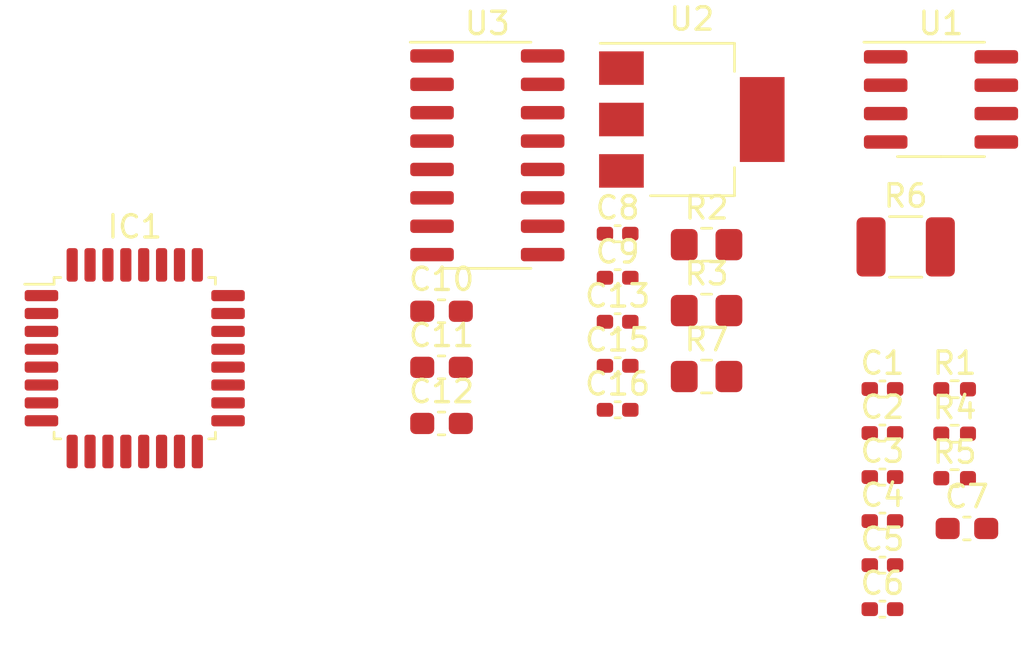
<source format=kicad_pcb>
(kicad_pcb (version 20221018) (generator pcbnew)
  (layers (0 "F.Cu" signal) (31 "B.Cu" signal) (34 "B.Paste" user) (35 "F.Paste" user) (36 "B.SilkS" user "B.Silkscreen") (37 "F.SilkS" user "F.Silkscreen") (38 "B.Mask" user) (39 "F.Mask" user) (44 "Edge.Cuts" user))
  (net 0 "")
  (net 1 "/Core/PA0")
  (net 2 "/Core/PA1")
  (net 3 "/Core/PA2")
  (net 4 "/Core/PA3")
  (net 5 "/Core/PA4")
  (net 6 "/Core/PA5")
  (net 7 "/Core/PA6")
  (net 8 "/Core/PA7")
  (net 9 "/Core/PB0")
  (net 10 "/Core/PB1")
  (net 11 "/Core/PA8")
  (net 12 "/Core/PA15")
  (net 13 "/Core/PB3")
  (net 14 "/Core/PB4")
  (net 15 "/Core/PB5")
  (net 16 "/Core/PB6")
  (net 17 "/Core/PB7")
  (net 18 "/Core/NRST")
  (net 19 "VSS")
  (net 20 "/Core/OSC_I")
  (net 21 "/Core/OSC_O")
  (net 22 "VDD")
  (net 23 "+5V")
  (net 24 "GND")
  (net 25 "VCC")
  (net 30 "Net-(U3-V3)")
  (net 31 "/Core/CAN_RX")
  (net 32 "/Core/CAN_TX")
  (net 33 "/Core/UART3_TX")
  (net 34 "/Core/UART3_RX")
  (net 35 "/Core/SWDIO")
  (net 36 "/Core/SWCLK")
  (net 37 "/Core/BOOT0")
  (net 40 "/CAN/CAN_TX")
  (net 43 "/CAN/CAN_RX")
  (net 48 "/USB/D-")
  (net 49 "/USB/D+")
  (footprint "Package_SO:SOIC-16_3.9x9.9mm_P1.27mm" (layer "F.Cu") (at 135.1575 67.12)
    (fp_text reference "U3" (at 0 -5.9) (layer "F.SilkS"))
    (fp_text value "CH340C")
    (fp_line (start 0 -5.06) (end -3.45 -5.06) (stroke (width 0.12)) (layer "F.SilkS"))
    (fp_line (start 0 -5.06) (end 1.95 -5.06) (stroke (width 0.12)) (layer "F.SilkS"))
    (fp_line (start 0 5.06) (end -1.95 5.06) (stroke (width 0.12)) (layer "F.SilkS"))
    (fp_line (start 0 5.06) (end 1.95 5.06) (stroke (width 0.12)) (layer "F.SilkS"))
    (pad "1" smd roundrect (at -2.475 -4.445) (size 1.95 0.6) (layers "F.Cu" "F.Paste" "F.Mask") (net 24 "GND"))
    (pad "2" smd roundrect (at -2.475 -3.175) (size 1.95 0.6) (layers "F.Cu" "F.Paste" "F.Mask") (net 33 "/Core/UART3_TX"))
    (pad "3" smd roundrect (at -2.475 -1.905) (size 1.95 0.6) (layers "F.Cu" "F.Paste" "F.Mask") (net 34 "/Core/UART3_RX"))
    (pad "4" smd roundrect (at -2.475 -0.635) (size 1.95 0.6) (layers "F.Cu" "F.Paste" "F.Mask") (net 30 "Net-(U3-V3)"))
    (pad "5" smd roundrect (at -2.475 0.635) (size 1.95 0.6) (layers "F.Cu" "F.Paste" "F.Mask") (net 48 "/USB/D-"))
    (pad "6" smd roundrect (at -2.475 1.905) (size 1.95 0.6) (layers "F.Cu" "F.Paste" "F.Mask") (net 49 "/USB/D+"))
    (pad "7" smd roundrect (at -2.475 3.175) (size 1.95 0.6) (layers "F.Cu" "F.Paste" "F.Mask"))
    (pad "8" smd roundrect (at -2.475 4.445) (size 1.95 0.6) (layers "F.Cu" "F.Paste" "F.Mask"))
    (pad "9" smd roundrect (at 2.475 4.445) (size 1.95 0.6) (layers "F.Cu" "F.Paste" "F.Mask"))
    (pad "10" smd roundrect (at 2.475 3.175) (size 1.95 0.6) (layers "F.Cu" "F.Paste" "F.Mask") (net 24 "GND"))
    (pad "11" smd roundrect (at 2.475 1.905) (size 1.95 0.6) (layers "F.Cu" "F.Paste" "F.Mask"))
    (pad "12" smd roundrect (at 2.475 0.635) (size 1.95 0.6) (layers "F.Cu" "F.Paste" "F.Mask"))
    (pad "13" smd roundrect (at 2.475 -0.635) (size 1.95 0.6) (layers "F.Cu" "F.Paste" "F.Mask"))
    (pad "14" smd roundrect (at 2.475 -1.905) (size 1.95 0.6) (layers "F.Cu" "F.Paste" "F.Mask"))
    (pad "15" smd roundrect (at 2.475 -3.175) (size 1.95 0.6) (layers "F.Cu" "F.Paste" "F.Mask"))
    (pad "16" smd roundrect (at 2.475 -4.445) (size 1.95 0.6) (layers "F.Cu" "F.Paste" "F.Mask") (net 23 "+5V"))
  )
  (footprint "Resistor_SMD:R_0402_1005Metric_Pad0.72x0.64mm_HandSolder" (layer "F.Cu") (at 156.0675 81.57)
    (fp_text reference "R5" (at 0 -1.17) (layer "F.SilkS"))
    (fp_text value "10K")
    (fp_line (start -0.167621 -0.38) (end 0.167621 -0.38) (stroke (width 0.12)) (layer "F.SilkS"))
    (fp_line (start -0.167621 0.38) (end 0.167621 0.38) (stroke (width 0.12)) (layer "F.SilkS"))
    (pad "1" smd roundrect (at -0.5975 0) (size 0.715 0.64) (layers "F.Cu" "F.Paste" "F.Mask") (net 37 "/Core/BOOT0"))
    (pad "2" smd roundrect (at 0.5975 0) (size 0.715 0.64) (layers "F.Cu" "F.Paste" "F.Mask") (net 19 "VSS"))
  )
  (footprint "Resistor_SMD:R_0805_2012Metric_Pad1.20x1.40mm_HandSolder" (layer "F.Cu") (at 144.9675 77.02)
    (fp_text reference "R7" (at 0 -1.65) (layer "F.SilkS"))
    (fp_text value "0R")
    (fp_line (start -0.227064 -0.735) (end 0.227064 -0.735) (stroke (width 0.12)) (layer "F.SilkS"))
    (fp_line (start -0.227064 0.735) (end 0.227064 0.735) (stroke (width 0.12)) (layer "F.SilkS"))
    (pad "1" smd roundrect (at -1 0) (size 1.2 1.4) (layers "F.Cu" "F.Paste" "F.Mask") (roundrect_rratio 0.208333) (net 24 "GND"))
    (pad "2" smd roundrect (at 1 0) (size 1.2 1.4) (layers "F.Cu" "F.Paste" "F.Mask") (roundrect_rratio 0.208333) (net 19 "VSS"))
  )
  (footprint "Capacitor_SMD:C_0402_1005Metric_Pad0.74x0.62mm_HandSolder" (layer "F.Cu") (at 152.8375 85.46)
    (fp_text reference "C5" (at 0 -1.16) (layer "F.SilkS"))
    (fp_text value "0.1uF")
    (fp_line (start -0.115835 -0.36) (end 0.115835 -0.36) (stroke (width 0.12)) (layer "F.SilkS"))
    (fp_line (start -0.115835 0.36) (end 0.115835 0.36) (stroke (width 0.12)) (layer "F.SilkS"))
    (pad "1" smd roundrect (at -0.5675 0) (size 0.735 0.62) (layers "F.Cu" "F.Paste" "F.Mask") (net 22 "VDD"))
    (pad "2" smd roundrect (at 0.5675 0) (size 0.735 0.62) (layers "F.Cu" "F.Paste" "F.Mask") (net 19 "VSS"))
  )
  (footprint "Capacitor_SMD:C_0603_1608Metric_Pad1.08x0.95mm_HandSolder" (layer "F.Cu") (at 156.6175 83.82)
    (fp_text reference "C7" (at 0 -1.43) (layer "F.SilkS"))
    (fp_text value "10uF")
    (fp_line (start -0.146267 -0.51) (end 0.146267 -0.51) (stroke (width 0.12)) (layer "F.SilkS"))
    (fp_line (start -0.146267 0.51) (end 0.146267 0.51) (stroke (width 0.12)) (layer "F.SilkS"))
    (pad "1" smd roundrect (at -0.8625 0) (size 1.075 0.95) (layers "F.Cu" "F.Paste" "F.Mask") (net 22 "VDD"))
    (pad "2" smd roundrect (at 0.8625 0) (size 1.075 0.95) (layers "F.Cu" "F.Paste" "F.Mask") (net 19 "VSS"))
  )
  (footprint "Resistor_SMD:R_0402_1005Metric_Pad0.72x0.64mm_HandSolder" (layer "F.Cu") (at 156.0675 79.58)
    (fp_text reference "R4" (at 0 -1.17) (layer "F.SilkS"))
    (fp_text value "10K")
    (fp_line (start -0.167621 -0.38) (end 0.167621 -0.38) (stroke (width 0.12)) (layer "F.SilkS"))
    (fp_line (start -0.167621 0.38) (end 0.167621 0.38) (stroke (width 0.12)) (layer "F.SilkS"))
    (pad "1" smd roundrect (at -0.5975 0) (size 0.715 0.64) (layers "F.Cu" "F.Paste" "F.Mask") (net 22 "VDD"))
    (pad "2" smd roundrect (at 0.5975 0) (size 0.715 0.64) (layers "F.Cu" "F.Paste" "F.Mask") (net 37 "/Core/BOOT0"))
  )
  (footprint "Capacitor_SMD:C_0402_1005Metric_Pad0.74x0.62mm_HandSolder" (layer "F.Cu") (at 152.8375 77.58)
    (fp_text reference "C1" (at 0 -1.16) (layer "F.SilkS"))
    (fp_text value "0.1uF")
    (fp_line (start -0.115835 -0.36) (end 0.115835 -0.36) (stroke (width 0.12)) (layer "F.SilkS"))
    (fp_line (start -0.115835 0.36) (end 0.115835 0.36) (stroke (width 0.12)) (layer "F.SilkS"))
    (pad "1" smd roundrect (at -0.5675 0) (size 0.735 0.62) (layers "F.Cu" "F.Paste" "F.Mask") (net 18 "/Core/NRST"))
    (pad "2" smd roundrect (at 0.5675 0) (size 0.735 0.62) (layers "F.Cu" "F.Paste" "F.Mask") (net 19 "VSS"))
  )
  (footprint "Capacitor_SMD:C_0402_1005Metric_Pad0.74x0.62mm_HandSolder" (layer "F.Cu") (at 152.8375 81.52)
    (fp_text reference "C3" (at 0 -1.16) (layer "F.SilkS"))
    (fp_text value "22pF")
    (fp_line (start -0.115835 -0.36) (end 0.115835 -0.36) (stroke (width 0.12)) (layer "F.SilkS"))
    (fp_line (start -0.115835 0.36) (end 0.115835 0.36) (stroke (width 0.12)) (layer "F.SilkS"))
    (pad "1" smd roundrect (at -0.5675 0) (size 0.735 0.62) (layers "F.Cu" "F.Paste" "F.Mask") (net 21 "/Core/OSC_O"))
    (pad "2" smd roundrect (at 0.5675 0) (size 0.735 0.62) (layers "F.Cu" "F.Paste" "F.Mask") (net 19 "VSS"))
  )
  (footprint "Capacitor_SMD:C_0402_1005Metric_Pad0.74x0.62mm_HandSolder" (layer "F.Cu") (at 152.8375 79.55)
    (fp_text reference "C2" (at 0 -1.16) (layer "F.SilkS"))
    (fp_text value "22pF")
    (fp_line (start -0.115835 -0.36) (end 0.115835 -0.36) (stroke (width 0.12)) (layer "F.SilkS"))
    (fp_line (start -0.115835 0.36) (end 0.115835 0.36) (stroke (width 0.12)) (layer "F.SilkS"))
    (pad "1" smd roundrect (at -0.5675 0) (size 0.735 0.62) (layers "F.Cu" "F.Paste" "F.Mask") (net 20 "/Core/OSC_I"))
    (pad "2" smd roundrect (at 0.5675 0) (size 0.735 0.62) (layers "F.Cu" "F.Paste" "F.Mask") (net 19 "VSS"))
  )
  (footprint "Capacitor_SMD:C_0402_1005Metric_Pad0.74x0.62mm_HandSolder" (layer "F.Cu") (at 140.9875 74.57)
    (fp_text reference "C13" (at 0 -1.16) (layer "F.SilkS"))
    (fp_text value "0.1uF")
    (fp_line (start -0.115835 -0.36) (end 0.115835 -0.36) (stroke (width 0.12)) (layer "F.SilkS"))
    (fp_line (start -0.115835 0.36) (end 0.115835 0.36) (stroke (width 0.12)) (layer "F.SilkS"))
    (pad "1" smd roundrect (at -0.5675 0) (size 0.735 0.62) (layers "F.Cu" "F.Paste" "F.Mask"))
    (pad "2" smd roundrect (at 0.5675 0) (size 0.735 0.62) (layers "F.Cu" "F.Paste" "F.Mask"))
  )
  (footprint "Capacitor_SMD:C_0402_1005Metric_Pad0.74x0.62mm_HandSolder" (layer "F.Cu") (at 140.9875 70.63)
    (fp_text reference "C8" (at 0 -1.16) (layer "F.SilkS"))
    (fp_text value "0.1uF")
    (fp_line (start -0.115835 -0.36) (end 0.115835 -0.36) (stroke (width 0.12)) (layer "F.SilkS"))
    (fp_line (start -0.115835 0.36) (end 0.115835 0.36) (stroke (width 0.12)) (layer "F.SilkS"))
    (pad "1" smd roundrect (at -0.5675 0) (size 0.735 0.62) (layers "F.Cu" "F.Paste" "F.Mask") (net 23 "+5V"))
    (pad "2" smd roundrect (at 0.5675 0) (size 0.735 0.62) (layers "F.Cu" "F.Paste" "F.Mask") (net 24 "GND"))
  )
  (footprint "Capacitor_SMD:C_0402_1005Metric_Pad0.74x0.62mm_HandSolder" (layer "F.Cu") (at 152.8375 87.43)
    (fp_text reference "C6" (at 0 -1.16) (layer "F.SilkS"))
    (fp_text value "0.1uF")
    (fp_line (start -0.115835 -0.36) (end 0.115835 -0.36) (stroke (width 0.12)) (layer "F.SilkS"))
    (fp_line (start -0.115835 0.36) (end 0.115835 0.36) (stroke (width 0.12)) (layer "F.SilkS"))
    (pad "1" smd roundrect (at -0.5675 0) (size 0.735 0.62) (layers "F.Cu" "F.Paste" "F.Mask") (net 22 "VDD"))
    (pad "2" smd roundrect (at 0.5675 0) (size 0.735 0.62) (layers "F.Cu" "F.Paste" "F.Mask") (net 19 "VSS"))
  )
  (footprint "Capacitor_SMD:C_0402_1005Metric_Pad0.74x0.62mm_HandSolder" (layer "F.Cu") (at 140.9875 72.6)
    (fp_text reference "C9" (at 0 -1.16) (layer "F.SilkS"))
    (fp_text value "0.1uF")
    (fp_line (start -0.115835 -0.36) (end 0.115835 -0.36) (stroke (width 0.12)) (layer "F.SilkS"))
    (fp_line (start -0.115835 0.36) (end 0.115835 0.36) (stroke (width 0.12)) (layer "F.SilkS"))
    (pad "1" smd roundrect (at -0.5675 0) (size 0.735 0.62) (layers "F.Cu" "F.Paste" "F.Mask") (net 25 "VCC"))
    (pad "2" smd roundrect (at 0.5675 0) (size 0.735 0.62) (layers "F.Cu" "F.Paste" "F.Mask") (net 24 "GND"))
  )
  (footprint "Capacitor_SMD:C_0402_1005Metric_Pad0.74x0.62mm_HandSolder" (layer "F.Cu") (at 140.9875 76.54)
    (fp_text reference "C15" (at 0 -1.16) (layer "F.SilkS"))
    (fp_text value "0.1uF")
    (fp_line (start -0.115835 -0.36) (end 0.115835 -0.36) (stroke (width 0.12)) (layer "F.SilkS"))
    (fp_line (start -0.115835 0.36) (end 0.115835 0.36) (stroke (width 0.12)) (layer "F.SilkS"))
    (pad "1" smd roundrect (at -0.5675 0) (size 0.735 0.62) (layers "F.Cu" "F.Paste" "F.Mask") (net 30 "Net-(U3-V3)"))
    (pad "2" smd roundrect (at 0.5675 0) (size 0.735 0.62) (layers "F.Cu" "F.Paste" "F.Mask") (net 24 "GND"))
  )
  (footprint "Capacitor_SMD:C_0603_1608Metric_Pad1.08x0.95mm_HandSolder" (layer "F.Cu") (at 133.1075 79.12)
    (fp_text reference "C12" (at 0 -1.43) (layer "F.SilkS"))
    (fp_text value "10uF")
    (fp_line (start -0.146267 -0.51) (end 0.146267 -0.51) (stroke (width 0.12)) (layer "F.SilkS"))
    (fp_line (start -0.146267 0.51) (end 0.146267 0.51) (stroke (width 0.12)) (layer "F.SilkS"))
    (pad "1" smd roundrect (at -0.8625 0) (size 1.075 0.95) (layers "F.Cu" "F.Paste" "F.Mask"))
    (pad "2" smd roundrect (at 0.8625 0) (size 1.075 0.95) (layers "F.Cu" "F.Paste" "F.Mask"))
  )
  (footprint "Package_TO_SOT_SMD:SOT-223-3_TabPin2" (layer "F.Cu") (at 144.3075 65.52)
    (fp_text reference "U2" (at 0 -4.5) (layer "F.SilkS"))
    (fp_text value "AMS1117")
    (fp_line (start -4.1 -3.41) (end 1.91 -3.41) (stroke (width 0.12)) (layer "F.SilkS"))
    (fp_line (start -1.85 3.41) (end 1.91 3.41) (stroke (width 0.12)) (layer "F.SilkS"))
    (fp_line (start 1.91 -3.41) (end 1.91 -2.15) (stroke (width 0.12)) (layer "F.SilkS"))
    (fp_line (start 1.91 3.41) (end 1.91 2.15) (stroke (width 0.12)) (layer "F.SilkS"))
    (pad "1" smd rect (at -3.15 -2.3) (size 2 1.5) (layers "F.Cu" "F.Paste" "F.Mask") (net 24 "GND"))
    (pad "2" smd rect (at -3.15 0) (size 2 1.5) (layers "F.Cu" "F.Paste" "F.Mask") (net 25 "VCC"))
    (pad "2" smd rect (at 3.15 0) (size 2 3.8) (layers "F.Cu" "F.Paste" "F.Mask") (net 25 "VCC"))
    (pad "3" smd rect (at -3.15 2.3) (size 2 1.5) (layers "F.Cu" "F.Paste" "F.Mask") (net 23 "+5V"))
  )
  (footprint "Resistor_SMD:R_0805_2012Metric_Pad1.20x1.40mm_HandSolder" (layer "F.Cu") (at 144.9675 74.07)
    (fp_text reference "R3" (at 0 -1.65) (layer "F.SilkS"))
    (fp_text value "0R")
    (fp_line (start -0.227064 -0.735) (end 0.227064 -0.735) (stroke (width 0.12)) (layer "F.SilkS"))
    (fp_line (start -0.227064 0.735) (end 0.227064 0.735) (stroke (width 0.12)) (layer "F.SilkS"))
    (pad "1" smd roundrect (at -1 0) (size 1.2 1.4) (layers "F.Cu" "F.Paste" "F.Mask") (roundrect_rratio 0.208333) (net 25 "VCC"))
    (pad "2" smd roundrect (at 1 0) (size 1.2 1.4) (layers "F.Cu" "F.Paste" "F.Mask") (roundrect_rratio 0.208333) (net 22 "VDD"))
  )
  (footprint "Resistor_SMD:R_1210_3225Metric_Pad1.30x2.65mm_HandSolder" (layer "F.Cu") (at 153.8775 71.22)
    (fp_text reference "R6" (at 0 -2.28) (layer "F.SilkS"))
    (fp_text value "120R")
    (fp_line (start -0.723737 -1.355) (end 0.723737 -1.355) (stroke (width 0.12)) (layer "F.SilkS"))
    (fp_line (start -0.723737 1.355) (end 0.723737 1.355) (stroke (width 0.12)) (layer "F.SilkS"))
    (pad "1" smd roundrect (at -1.55 0) (size 1.3 2.65) (layers "F.Cu" "F.Paste" "F.Mask") (roundrect_rratio 0.192308))
    (pad "2" smd roundrect (at 1.55 0) (size 1.3 2.65) (layers "F.Cu" "F.Paste" "F.Mask") (roundrect_rratio 0.192308))
  )
  (footprint "Capacitor_SMD:C_0603_1608Metric_Pad1.08x0.95mm_HandSolder" (layer "F.Cu") (at 133.1075 74.1)
    (fp_text reference "C10" (at 0 -1.43) (layer "F.SilkS"))
    (fp_text value "10uF")
    (fp_line (start -0.146267 -0.51) (end 0.146267 -0.51) (stroke (width 0.12)) (layer "F.SilkS"))
    (fp_line (start -0.146267 0.51) (end 0.146267 0.51) (stroke (width 0.12)) (layer "F.SilkS"))
    (pad "1" smd roundrect (at -0.8625 0) (size 1.075 0.95) (layers "F.Cu" "F.Paste" "F.Mask") (net 23 "+5V"))
    (pad "2" smd roundrect (at 0.8625 0) (size 1.075 0.95) (layers "F.Cu" "F.Paste" "F.Mask") (net 24 "GND"))
  )
  (footprint "Capacitor_SMD:C_0402_1005Metric_Pad0.74x0.62mm_HandSolder" (layer "F.Cu") (at 152.8375 83.49)
    (fp_text reference "C4" (at 0 -1.16) (layer "F.SilkS"))
    (fp_text value "0.1uF")
    (fp_line (start -0.115835 -0.36) (end 0.115835 -0.36) (stroke (width 0.12)) (layer "F.SilkS"))
    (fp_line (start -0.115835 0.36) (end 0.115835 0.36) (stroke (width 0.12)) (layer "F.SilkS"))
    (pad "1" smd roundrect (at -0.5675 0) (size 0.735 0.62) (layers "F.Cu" "F.Paste" "F.Mask") (net 22 "VDD"))
    (pad "2" smd roundrect (at 0.5675 0) (size 0.735 0.62) (layers "F.Cu" "F.Paste" "F.Mask") (net 19 "VSS"))
  )
  (footprint "Resistor_SMD:R_0805_2012Metric_Pad1.20x1.40mm_HandSolder" (layer "F.Cu") (at 144.9675 71.12)
    (fp_text reference "R2" (at 0 -1.65) (layer "F.SilkS"))
    (fp_text value "0R")
    (fp_line (start -0.227064 -0.735) (end 0.227064 -0.735) (stroke (width 0.12)) (layer "F.SilkS"))
    (fp_line (start -0.227064 0.735) (end 0.227064 0.735) (stroke (width 0.12)) (layer "F.SilkS"))
    (pad "1" smd roundrect (at -1 0) (size 1.2 1.4) (layers "F.Cu" "F.Paste" "F.Mask") (roundrect_rratio 0.208333) (net 23 "+5V"))
    (pad "2" smd roundrect (at 1 0) (size 1.2 1.4) (layers "F.Cu" "F.Paste" "F.Mask") (roundrect_rratio 0.208333) (net 22 "VDD"))
  )
  (footprint "Capacitor_SMD:C_0603_1608Metric_Pad1.08x0.95mm_HandSolder" (layer "F.Cu") (at 133.1075 76.61)
    (fp_text reference "C11" (at 0 -1.43) (layer "F.SilkS"))
    (fp_text value "10uF")
    (fp_line (start -0.146267 -0.51) (end 0.146267 -0.51) (stroke (width 0.12)) (layer "F.SilkS"))
    (fp_line (start -0.146267 0.51) (end 0.146267 0.51) (stroke (width 0.12)) (layer "F.SilkS"))
    (pad "1" smd roundrect (at -0.8625 0) (size 1.075 0.95) (layers "F.Cu" "F.Paste" "F.Mask") (net 25 "VCC"))
    (pad "2" smd roundrect (at 0.8625 0) (size 1.075 0.95) (layers "F.Cu" "F.Paste" "F.Mask") (net 24 "GND"))
  )
  (footprint "Resistor_SMD:R_0402_1005Metric_Pad0.72x0.64mm_HandSolder" (layer "F.Cu") (at 156.0675 77.59)
    (fp_text reference "R1" (at 0 -1.17) (layer "F.SilkS"))
    (fp_text value "100K")
    (fp_line (start -0.167621 -0.38) (end 0.167621 -0.38) (stroke (width 0.12)) (layer "F.SilkS"))
    (fp_line (start -0.167621 0.38) (end 0.167621 0.38) (stroke (width 0.12)) (layer "F.SilkS"))
    (pad "1" smd roundrect (at -0.5975 0) (size 0.715 0.64) (layers "F.Cu" "F.Paste" "F.Mask") (net 22 "VDD"))
    (pad "2" smd roundrect (at 0.5975 0) (size 0.715 0.64) (layers "F.Cu" "F.Paste" "F.Mask") (net 18 "/Core/NRST"))
  )
  (footprint "Package_QFP:LQFP-32_7x7mm_P0.8mm" (layer "F.Cu") (at 119.38 76.2)
    (fp_text reference "IC1" (at 0 -5.88) (layer "F.SilkS"))
    (fp_text value "MM32F0144C4P")
    (fp_line (start -3.61 -3.61) (end -3.61 -3.31) (stroke (width 0.12)) (layer "F.SilkS"))
    (fp_line (start -3.61 -3.31) (end -4.925 -3.31) (stroke (width 0.12)) (layer "F.SilkS"))
    (fp_line (start -3.61 3.61) (end -3.61 3.31) (stroke (width 0.12)) (layer "F.SilkS"))
    (fp_line (start -3.31 -3.61) (end -3.61 -3.61) (stroke (width 0.12)) (layer "F.SilkS"))
    (fp_line (start -3.31 3.61) (end -3.61 3.61) (stroke (width 0.12)) (layer "F.SilkS"))
    (fp_line (start 3.31 -3.61) (end 3.61 -3.61) (stroke (width 0.12)) (layer "F.SilkS"))
    (fp_line (start 3.31 3.61) (end 3.61 3.61) (stroke (width 0.12)) (layer "F.SilkS"))
    (fp_line (start 3.61 -3.61) (end 3.61 -3.31) (stroke (width 0.12)) (layer "F.SilkS"))
    (fp_line (start 3.61 3.61) (end 3.61 3.31) (stroke (width 0.12)) (layer "F.SilkS"))
    (pad "1" smd roundrect (at -4.175 -2.8) (size 1.5 0.5) (layers "F.Cu" "F.Paste" "F.Mask") (net 22 "VDD"))
    (pad "2" smd roundrect (at -4.175 -2) (size 1.5 0.5) (layers "F.Cu" "F.Paste" "F.Mask") (net 20 "/Core/OSC_I"))
    (pad "3" smd roundrect (at -4.175 -1.2) (size 1.5 0.5) (layers "F.Cu" "F.Paste" "F.Mask") (net 21 "/Core/OSC_O"))
    (pad "4" smd roundrect (at -4.175 -0.4) (size 1.5 0.5) (layers "F.Cu" "F.Paste" "F.Mask") (net 18 "/Core/NRST"))
    (pad "5" smd roundrect (at -4.175 0.4) (size 1.5 0.5) (layers "F.Cu" "F.Paste" "F.Mask") (net 22 "VDD"))
    (pad "6" smd roundrect (at -4.175 1.2) (size 1.5 0.5) (layers "F.Cu" "F.Paste" "F.Mask") (net 1 "/Core/PA0"))
    (pad "7" smd roundrect (at -4.175 2) (size 1.5 0.5) (layers "F.Cu" "F.Paste" "F.Mask") (net 2 "/Core/PA1"))
    (pad "8" smd roundrect (at -4.175 2.8) (size 1.5 0.5) (layers "F.Cu" "F.Paste" "F.Mask") (net 3 "/Core/PA2"))
    (pad "9" smd roundrect (at -2.8 4.175) (size 0.5 1.5) (layers "F.Cu" "F.Paste" "F.Mask") (net 4 "/Core/PA3"))
    (pad "10" smd roundrect (at -2 4.175) (size 0.5 1.5) (layers "F.Cu" "F.Paste" "F.Mask") (net 5 "/Core/PA4"))
    (pad "11" smd roundrect (at -1.2 4.175) (size 0.5 1.5) (layers "F.Cu" "F.Paste" "F.Mask") (net 6 "/Core/PA5"))
    (pad "12" smd roundrect (at -0.4 4.175) (size 0.5 1.5) (layers "F.Cu" "F.Paste" "F.Mask") (net 7 "/Core/PA6"))
    (pad "13" smd roundrect (at 0.4 4.175) (size 0.5 1.5) (layers "F.Cu" "F.Paste" "F.Mask") (net 8 "/Core/PA7"))
    (pad "14" smd roundrect (at 1.2 4.175) (size 0.5 1.5) (layers "F.Cu" "F.Paste" "F.Mask") (net 9 "/Core/PB0"))
    (pad "15" smd roundrect (at 2 4.175) (size 0.5 1.5) (layers "F.Cu" "F.Paste" "F.Mask") (net 10 "/Core/PB1"))
    (pad "16" smd roundrect (at 2.8 4.175) (size 0.5 1.5) (layers "F.Cu" "F.Paste" "F.Mask") (net 19 "VSS"))
    (pad "17" smd roundrect (at 4.175 2.8) (size 1.5 0.5) (layers "F.Cu" "F.Paste" "F.Mask") (net 22 "VDD"))
    (pad "18" smd roundrect (at 4.175 2) (size 1.5 0.5) (layers "F.Cu" "F.Paste" "F.Mask") (net 11 "/Core/PA8"))
    (pad "19" smd roundrect (at 4.175 1.2) (size 1.5 0.5) (layers "F.Cu" "F.Paste" "F.Mask") (net 31 "/Core/CAN_RX"))
    (pad "20" smd roundrect (at 4.175 0.4) (size 1.5 0.5) (layers "F.Cu" "F.Paste" "F.Mask") (net 32 "/Core/CAN_TX"))
    (pad "21" smd roundrect (at 4.175 -0.4) (size 1.5 0.5) (layers "F.Cu" "F.Paste" "F.Mask") (net 33 "/Core/UART3_TX"))
    (pad "22" smd roundrect (at 4.175 -1.2) (size 1.5 0.5) (layers "F.Cu" "F.Paste" "F.Mask") (net 34 "/Core/UART3_RX"))
    (pad "23" smd roundrect (at 4.175 -2) (size 1.5 0.5) (layers "F.Cu" "F.Paste" "F.Mask") (net 35 "/Core/SWDIO"))
    (pad "24" smd roundrect (at 4.175 -2.8) (size 1.5 0.5) (layers "F.Cu" "F.Paste" "F.Mask") (net 36 "/Core/SWCLK"))
    (pad "25" smd roundrect (at 2.8 -4.175) (size 0.5 1.5) (layers "F.Cu" "F.Paste" "F.Mask") (net 12 "/Core/PA15"))
    (pad "26" smd roundrect (at 2 -4.175) (size 0.5 1.5) (layers "F.Cu" "F.Paste" "F.Mask") (net 13 "/Core/PB3"))
    (pad "27" smd roundrect (at 1.2 -4.175) (size 0.5 1.5) (layers "F.Cu" "F.Paste" "F.Mask") (net 14 "/Core/PB4"))
    (pad "28" smd roundrect (at 0.4 -4.175) (size 0.5 1.5) (layers "F.Cu" "F.Paste" "F.Mask") (net 15 "/Core/PB5"))
    (pad "29" smd roundrect (at -0.4 -4.175) (size 0.5 1.5) (layers "F.Cu" "F.Paste" "F.Mask") (net 16 "/Core/PB6"))
    (pad "30" smd roundrect (at -1.2 -4.175) (size 0.5 1.5) (layers "F.Cu" "F.Paste" "F.Mask") (net 17 "/Core/PB7"))
    (pad "31" smd roundrect (at -2 -4.175) (size 0.5 1.5) (layers "F.Cu" "F.Paste" "F.Mask") (net 37 "/Core/BOOT0"))
    (pad "32" smd roundrect (at -2.8 -4.175) (size 0.5 1.5) (layers "F.Cu" "F.Paste" "F.Mask") (net 19 "VSS"))
  )
  (footprint "Package_SO:SOIC-8_3.9x4.9mm_P1.27mm" (layer "F.Cu") (at 155.4575 64.62)
    (fp_text reference "U1" (at 0 -3.4) (layer "F.SilkS"))
    (fp_text value "TJA1042T")
    (fp_line (start 0 -2.56) (end -3.45 -2.56) (stroke (width 0.12)) (layer "F.SilkS"))
    (fp_line (start 0 -2.56) (end 1.95 -2.56) (stroke (width 0.12)) (layer "F.SilkS"))
    (fp_line (start 0 2.56) (end -1.95 2.56) (stroke (width 0.12)) (layer "F.SilkS"))
    (fp_line (start 0 2.56) (end 1.95 2.56) (stroke (width 0.12)) (layer "F.SilkS"))
    (pad "1" smd roundrect (at -2.475 -1.905) (size 1.95 0.6) (layers "F.Cu" "F.Paste" "F.Mask") (net 40 "/CAN/CAN_TX"))
    (pad "2" smd roundrect (at -2.475 -0.635) (size 1.95 0.6) (layers "F.Cu" "F.Paste" "F.Mask"))
    (pad "3" smd roundrect (at -2.475 0.635) (size 1.95 0.6) (layers "F.Cu" "F.Paste" "F.Mask"))
    (pad "4" smd roundrect (at -2.475 1.905) (size 1.95 0.6) (layers "F.Cu" "F.Paste" "F.Mask") (net 43 "/CAN/CAN_RX"))
    (pad "5" smd roundrect (at 2.475 1.905) (size 1.95 0.6) (layers "F.Cu" "F.Paste" "F.Mask"))
    (pad "6" smd roundrect (at 2.475 0.635) (size 1.95 0.6) (layers "F.Cu" "F.Paste" "F.Mask"))
    (pad "7" smd roundrect (at 2.475 -0.635) (size 1.95 0.6) (layers "F.Cu" "F.Paste" "F.Mask"))
    (pad "8" smd roundrect (at 2.475 -1.905) (size 1.95 0.6) (layers "F.Cu" "F.Paste" "F.Mask"))
  )
  (footprint "Capacitor_SMD:C_0402_1005Metric_Pad0.74x0.62mm_HandSolder" (layer "F.Cu") (at 140.9875 78.51)
    (fp_text reference "C16" (at 0 -1.16) (layer "F.SilkS"))
    (fp_text value "0.47uF")
    (fp_line (start -0.115835 -0.36) (end 0.115835 -0.36) (stroke (width 0.12)) (layer "F.SilkS"))
    (fp_line (start -0.115835 0.36) (end 0.115835 0.36) (stroke (width 0.12)) (layer "F.SilkS"))
    (pad "1" smd roundrect (at -0.5675 0) (size 0.735 0.62) (layers "F.Cu" "F.Paste" "F.Mask") (net 23 "+5V"))
    (pad "2" smd roundrect (at 0.5675 0) (size 0.735 0.62) (layers "F.Cu" "F.Paste" "F.Mask") (net 24 "GND"))
  )
)
</source>
